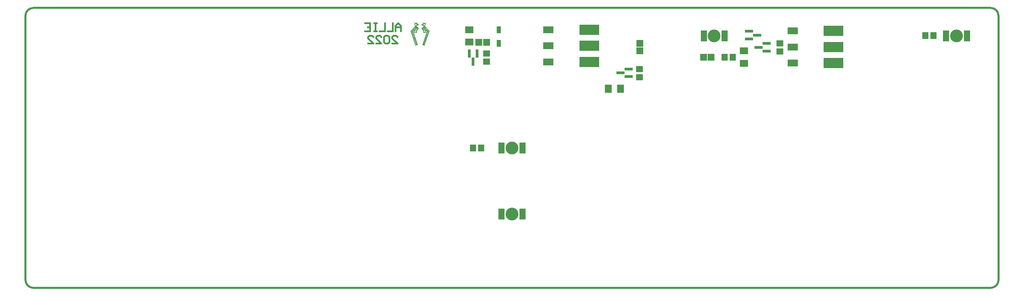
<source format=gbs>
G04*
G04 #@! TF.GenerationSoftware,Altium Limited,Altium Designer,22.6.1 (34)*
G04*
G04 Layer_Color=16711935*
%FSLAX43Y43*%
%MOMM*%
G71*
G04*
G04 #@! TF.SameCoordinates,AFDAA29C-E837-460D-B76C-917A312899C1*
G04*
G04*
G04 #@! TF.FilePolarity,Negative*
G04*
G01*
G75*
%ADD10C,0.500*%
%ADD11C,3.200*%
%ADD12C,0.152*%
%ADD13C,0.102*%
%ADD28C,0.254*%
%ADD29C,0.400*%
%ADD30R,1.703X1.603*%
%ADD31R,0.803X2.003*%
%ADD32R,1.703X1.803*%
%ADD33R,1.053X1.803*%
%ADD34R,2.103X1.703*%
%ADD35R,1.703X2.103*%
%ADD36R,2.603X1.803*%
%ADD37R,5.003X2.603*%
%ADD38R,1.803X1.703*%
%ADD39R,1.603X1.703*%
%ADD40R,2.003X0.803*%
%ADD41R,1.603X2.803*%
D10*
X328000Y158012D02*
G03*
X326000Y160012I-2000J0D01*
G01*
X326000Y90000D02*
G03*
X328000Y92000I0J2000D01*
G01*
X85002Y92056D02*
G03*
X87072Y89987I2069J0D01*
G01*
X87000Y160000D02*
G03*
X85000Y158000I0J-2000D01*
G01*
X87000Y160000D02*
X326000D01*
X328000Y158012D02*
X328000Y92000D01*
X326000Y89987D02*
Y90000D01*
X87072Y89987D02*
X326000D01*
X85002Y92056D02*
X85002Y158000D01*
D11*
X206500Y108500D02*
D03*
Y125000D02*
D03*
X257000Y153000D02*
D03*
X317500D02*
D03*
D12*
X182779Y155800D02*
G03*
X182779Y155800I-279J0D01*
G01*
X184879Y155791D02*
G03*
X184879Y155791I-279J0D01*
G01*
X182119Y156257D02*
X183237Y155800D01*
X182373Y156054D02*
X182856Y156283D01*
X182500Y155495D02*
X183237Y155800D01*
X181255Y154174D02*
X182424Y155470D01*
X181509Y154124D02*
X182576Y155317D01*
X181789Y154098D02*
X182703Y155140D01*
X182221Y154251D02*
X182856Y154987D01*
X182221Y154022D02*
Y154251D01*
X182119Y153819D02*
Y153971D01*
X182322Y153819D02*
Y153971D01*
X182119D02*
X182322D01*
X182525D02*
X182729D01*
X182627Y154035D02*
Y154263D01*
X182525Y153819D02*
Y153971D01*
X182729Y153819D02*
Y153971D01*
X181763Y154073D02*
X182872Y150827D01*
X181509Y154124D02*
X182692Y150699D01*
X181255Y154174D02*
X182500Y150593D01*
X183863Y155791D02*
X184981Y156249D01*
X184244Y156274D02*
X184727Y156045D01*
X183863Y155791D02*
X184600Y155487D01*
X184672Y155475D02*
X185845Y154166D01*
X184524Y155309D02*
X185591Y154115D01*
X184397Y155131D02*
X185311Y154090D01*
X184244Y154979D02*
X184879Y154242D01*
X184473Y154013D02*
Y154242D01*
X184371Y153810D02*
Y153963D01*
X184575Y153810D02*
Y153963D01*
X184371D02*
X184575D01*
X184778D02*
X184981D01*
X184879Y154013D02*
Y154242D01*
X184778Y153810D02*
Y153963D01*
X184981Y153810D02*
Y153963D01*
X184228Y150818D02*
X185337Y154064D01*
X184408Y150691D02*
X185591Y154115D01*
X184596Y150586D02*
X185845Y154166D01*
D13*
X182551Y155800D02*
G03*
X182551Y155800I-51J0D01*
G01*
X184651Y155791D02*
G03*
X184651Y155791I-51J0D01*
G01*
D28*
X182500Y155419D02*
X183084Y154835D01*
X182652Y154327D02*
X183084Y154835D01*
X184016Y154826D02*
X184600Y155410D01*
X184016Y154826D02*
X184448Y154318D01*
D29*
X176530Y151105D02*
X177863D01*
X176530Y152438D01*
Y152771D01*
X176863Y153104D01*
X177530D01*
X177863Y152771D01*
X175864D02*
X175530Y153104D01*
X174864D01*
X174531Y152771D01*
Y151438D01*
X174864Y151105D01*
X175530D01*
X175864Y151438D01*
Y152771D01*
X172531Y151105D02*
X173864D01*
X172531Y152438D01*
Y152771D01*
X172865Y153104D01*
X173531D01*
X173864Y152771D01*
X170532Y151105D02*
X171865D01*
X170532Y152438D01*
Y152771D01*
X170865Y153104D01*
X171532D01*
X171865Y152771D01*
X178733Y154213D02*
Y155546D01*
X178067Y156213D01*
X177400Y155546D01*
Y154213D01*
Y155213D01*
X178733D01*
X176734Y156213D02*
Y154213D01*
X175401D01*
X174734Y156213D02*
Y154213D01*
X173402D01*
X172735Y156213D02*
X172069D01*
X172402D01*
Y154213D01*
X172735D01*
X172069D01*
X169736Y156213D02*
X171069D01*
Y154213D01*
X169736D01*
X171069Y155213D02*
X170403D01*
D30*
X200200Y148600D02*
D03*
Y146600D02*
D03*
X238379Y142698D02*
D03*
Y144698D02*
D03*
X273400Y149100D02*
D03*
X273400Y151100D02*
D03*
D31*
X196800Y146600D02*
D03*
X197750Y148600D02*
D03*
X195850Y148600D02*
D03*
D32*
X198250Y151400D02*
D03*
X200150Y151400D02*
D03*
X256250Y147700D02*
D03*
X254350Y147700D02*
D03*
D33*
X203200Y154500D02*
D03*
X203200Y151100D02*
D03*
D34*
X195800Y151450D02*
D03*
X195800Y154550D02*
D03*
X264400Y149250D02*
D03*
X264400Y146150D02*
D03*
D35*
X230529Y139798D02*
D03*
X233629D02*
D03*
D36*
X215600Y154500D02*
D03*
Y150500D02*
D03*
Y146500D02*
D03*
X276600Y146236D02*
D03*
Y150236D02*
D03*
Y154236D02*
D03*
D37*
X225800Y146500D02*
D03*
Y150500D02*
D03*
Y154500D02*
D03*
X286800Y154236D02*
D03*
Y150236D02*
D03*
Y146236D02*
D03*
D38*
X238400Y149250D02*
D03*
X238400Y151150D02*
D03*
D39*
X198800Y125000D02*
D03*
X196800D02*
D03*
X261600Y147700D02*
D03*
X259600D02*
D03*
X311712Y153063D02*
D03*
X309712D02*
D03*
D40*
X235642Y144706D02*
D03*
Y142806D02*
D03*
X233642Y143756D02*
D03*
X265700Y152250D02*
D03*
X265700Y154150D02*
D03*
X267700Y153200D02*
D03*
X270100Y151100D02*
D03*
X270100Y149200D02*
D03*
X268100Y150150D02*
D03*
D41*
X203900Y108500D02*
D03*
X209100D02*
D03*
X203900Y125000D02*
D03*
X209100D02*
D03*
X259600Y153000D02*
D03*
X254400D02*
D03*
X314900D02*
D03*
X320100D02*
D03*
M02*

</source>
